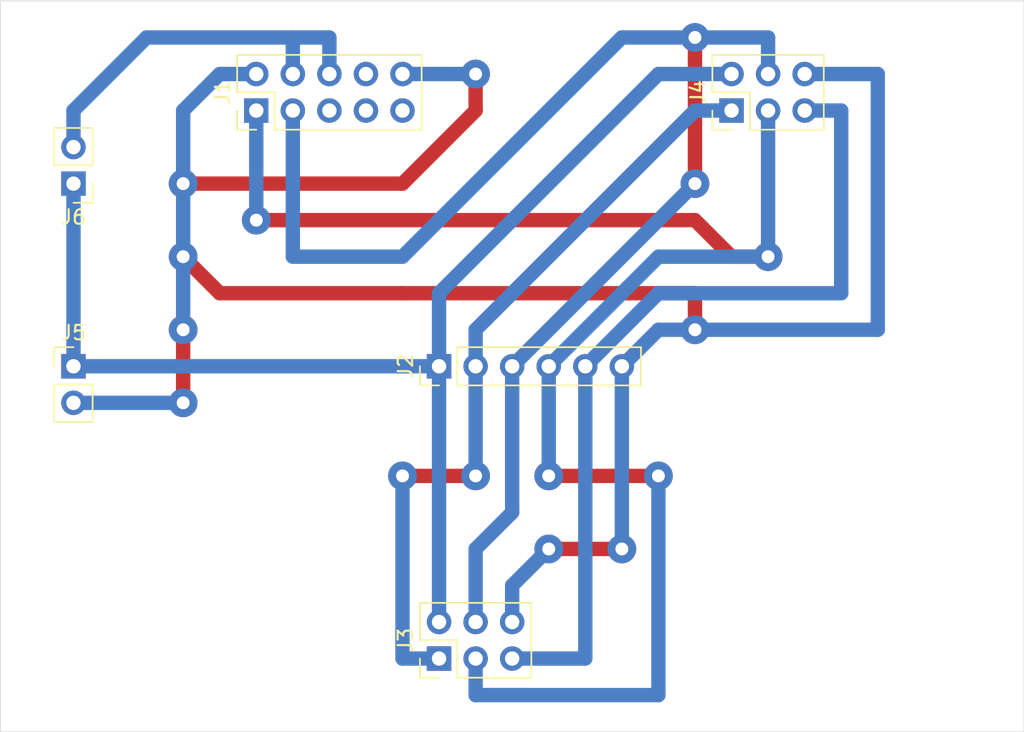
<source format=kicad_pcb>
(kicad_pcb (version 20171130) (host pcbnew "(5.1.10)-1")

  (general
    (thickness 1.6)
    (drawings 28)
    (tracks 86)
    (zones 0)
    (modules 6)
    (nets 8)
  )

  (page A4)
  (title_block
    (title "Aardwark -> Pato Adapter")
    (date 2021-05-26)
    (rev 20210526)
    (comment 1 "Dimitry Kloper")
    (comment 2 dimitry.kloper@gmail.com)
  )

  (layers
    (0 F.Cu signal)
    (31 B.Cu signal)
    (32 B.Adhes user)
    (33 F.Adhes user)
    (34 B.Paste user)
    (35 F.Paste user)
    (36 B.SilkS user)
    (37 F.SilkS user)
    (38 B.Mask user)
    (39 F.Mask user)
    (40 Dwgs.User user)
    (41 Cmts.User user)
    (42 Eco1.User user)
    (43 Eco2.User user)
    (44 Edge.Cuts user)
    (45 Margin user)
    (46 B.CrtYd user)
    (47 F.CrtYd user)
    (48 B.Fab user)
    (49 F.Fab user)
  )

  (setup
    (last_trace_width 1)
    (trace_clearance 0.2)
    (zone_clearance 0.508)
    (zone_45_only no)
    (trace_min 0.2)
    (via_size 2)
    (via_drill 0.9)
    (via_min_size 0.4)
    (via_min_drill 0.3)
    (uvia_size 0.3)
    (uvia_drill 0.1)
    (uvias_allowed no)
    (uvia_min_size 0.2)
    (uvia_min_drill 0.1)
    (edge_width 0.05)
    (segment_width 0.2)
    (pcb_text_width 0.3)
    (pcb_text_size 1.5 1.5)
    (mod_edge_width 0.12)
    (mod_text_size 1 1)
    (mod_text_width 0.15)
    (pad_size 1.524 1.524)
    (pad_drill 0.762)
    (pad_to_mask_clearance 0)
    (aux_axis_origin 0 0)
    (visible_elements 7FFFFFFF)
    (pcbplotparams
      (layerselection 0x20000_7ffffffe)
      (usegerberextensions false)
      (usegerberattributes true)
      (usegerberadvancedattributes true)
      (creategerberjobfile true)
      (excludeedgelayer false)
      (linewidth 0.100000)
      (plotframeref false)
      (viasonmask true)
      (mode 1)
      (useauxorigin false)
      (hpglpennumber 1)
      (hpglpenspeed 20)
      (hpglpendiameter 15.000000)
      (psnegative false)
      (psa4output false)
      (plotreference true)
      (plotvalue true)
      (plotinvisibletext false)
      (padsonsilk false)
      (subtractmaskfromsilk false)
      (outputformat 5)
      (mirror false)
      (drillshape 2)
      (scaleselection 1)
      (outputdirectory "svg"))
  )

  (net 0 "")
  (net 1 GND)
  (net 2 +5VD)
  (net 3 /MOSI)
  (net 4 /SCK)
  (net 5 /RESET)
  (net 6 /MISO)
  (net 7 +5V)

  (net_class Default "This is the default net class."
    (clearance 0.2)
    (trace_width 1)
    (via_dia 2)
    (via_drill 0.9)
    (uvia_dia 0.3)
    (uvia_drill 0.1)
    (add_net +5V)
    (add_net +5VD)
    (add_net /MISO)
    (add_net /MOSI)
    (add_net /RESET)
    (add_net /SCK)
    (add_net GND)
  )

  (module Pin_Headers:Pin_Header_Straight_2x05_Pitch2.54mm (layer F.Cu) (tedit 59650532) (tstamp 60AE8728)
    (at 119.38 83.82 90)
    (descr "Through hole straight pin header, 2x05, 2.54mm pitch, double rows")
    (tags "Through hole pin header THT 2x05 2.54mm double row")
    (path /60AE6ED2)
    (fp_text reference J1 (at 1.27 -2.33 90) (layer F.SilkS)
      (effects (font (size 1 1) (thickness 0.15)))
    )
    (fp_text value AARDWARK (at -2.47396 9.17956 180) (layer F.Fab)
      (effects (font (size 1 1) (thickness 0.15)))
    )
    (fp_line (start 4.35 -1.8) (end -1.8 -1.8) (layer F.CrtYd) (width 0.05))
    (fp_line (start 4.35 11.95) (end 4.35 -1.8) (layer F.CrtYd) (width 0.05))
    (fp_line (start -1.8 11.95) (end 4.35 11.95) (layer F.CrtYd) (width 0.05))
    (fp_line (start -1.8 -1.8) (end -1.8 11.95) (layer F.CrtYd) (width 0.05))
    (fp_line (start -1.33 -1.33) (end 0 -1.33) (layer F.SilkS) (width 0.12))
    (fp_line (start -1.33 0) (end -1.33 -1.33) (layer F.SilkS) (width 0.12))
    (fp_line (start 1.27 -1.33) (end 3.87 -1.33) (layer F.SilkS) (width 0.12))
    (fp_line (start 1.27 1.27) (end 1.27 -1.33) (layer F.SilkS) (width 0.12))
    (fp_line (start -1.33 1.27) (end 1.27 1.27) (layer F.SilkS) (width 0.12))
    (fp_line (start 3.87 -1.33) (end 3.87 11.49) (layer F.SilkS) (width 0.12))
    (fp_line (start -1.33 1.27) (end -1.33 11.49) (layer F.SilkS) (width 0.12))
    (fp_line (start -1.33 11.49) (end 3.87 11.49) (layer F.SilkS) (width 0.12))
    (fp_line (start -1.27 0) (end 0 -1.27) (layer F.Fab) (width 0.1))
    (fp_line (start -1.27 11.43) (end -1.27 0) (layer F.Fab) (width 0.1))
    (fp_line (start 3.81 11.43) (end -1.27 11.43) (layer F.Fab) (width 0.1))
    (fp_line (start 3.81 -1.27) (end 3.81 11.43) (layer F.Fab) (width 0.1))
    (fp_line (start 0 -1.27) (end 3.81 -1.27) (layer F.Fab) (width 0.1))
    (fp_text user %R (at 5.11556 11.31824) (layer F.Fab)
      (effects (font (size 1 1) (thickness 0.15)))
    )
    (pad 10 thru_hole oval (at 2.54 10.16 90) (size 1.7 1.7) (drill 1) (layers *.Cu *.Mask)
      (net 1 GND))
    (pad 9 thru_hole oval (at 0 10.16 90) (size 1.7 1.7) (drill 1) (layers *.Cu *.Mask))
    (pad 8 thru_hole oval (at 2.54 7.62 90) (size 1.7 1.7) (drill 1) (layers *.Cu *.Mask))
    (pad 7 thru_hole oval (at 0 7.62 90) (size 1.7 1.7) (drill 1) (layers *.Cu *.Mask))
    (pad 6 thru_hole oval (at 2.54 5.08 90) (size 1.7 1.7) (drill 1) (layers *.Cu *.Mask)
      (net 2 +5VD))
    (pad 5 thru_hole oval (at 0 5.08 90) (size 1.7 1.7) (drill 1) (layers *.Cu *.Mask))
    (pad 4 thru_hole oval (at 2.54 2.54 90) (size 1.7 1.7) (drill 1) (layers *.Cu *.Mask)
      (net 2 +5VD))
    (pad 3 thru_hole oval (at 0 2.54 90) (size 1.7 1.7) (drill 1) (layers *.Cu *.Mask)
      (net 3 /MOSI))
    (pad 2 thru_hole oval (at 2.54 0 90) (size 1.7 1.7) (drill 1) (layers *.Cu *.Mask)
      (net 1 GND))
    (pad 1 thru_hole rect (at 0 0 90) (size 1.7 1.7) (drill 1) (layers *.Cu *.Mask)
      (net 4 /SCK))
    (model ${KISYS3DMOD}/Pin_Headers.3dshapes/Pin_Header_Straight_2x05_Pitch2.54mm.wrl
      (at (xyz 0 0 0))
      (scale (xyz 1 1 1))
      (rotate (xyz 0 0 0))
    )
  )

  (module Pin_Headers:Pin_Header_Straight_1x06_Pitch2.54mm (layer F.Cu) (tedit 59650532) (tstamp 60AE73BE)
    (at 132.08 101.6 90)
    (descr "Through hole straight pin header, 1x06, 2.54mm pitch, single row")
    (tags "Through hole pin header THT 1x06 2.54mm single row")
    (path /60AE78CD)
    (fp_text reference J2 (at 0 -2.33 90) (layer F.SilkS)
      (effects (font (size 1 1) (thickness 0.15)))
    )
    (fp_text value TEST (at -2.56032 12.42568 180) (layer F.Fab)
      (effects (font (size 1 1) (thickness 0.15)))
    )
    (fp_line (start 1.8 -1.8) (end -1.8 -1.8) (layer F.CrtYd) (width 0.05))
    (fp_line (start 1.8 14.5) (end 1.8 -1.8) (layer F.CrtYd) (width 0.05))
    (fp_line (start -1.8 14.5) (end 1.8 14.5) (layer F.CrtYd) (width 0.05))
    (fp_line (start -1.8 -1.8) (end -1.8 14.5) (layer F.CrtYd) (width 0.05))
    (fp_line (start -1.33 -1.33) (end 0 -1.33) (layer F.SilkS) (width 0.12))
    (fp_line (start -1.33 0) (end -1.33 -1.33) (layer F.SilkS) (width 0.12))
    (fp_line (start -1.33 1.27) (end 1.33 1.27) (layer F.SilkS) (width 0.12))
    (fp_line (start 1.33 1.27) (end 1.33 14.03) (layer F.SilkS) (width 0.12))
    (fp_line (start -1.33 1.27) (end -1.33 14.03) (layer F.SilkS) (width 0.12))
    (fp_line (start -1.33 14.03) (end 1.33 14.03) (layer F.SilkS) (width 0.12))
    (fp_line (start -1.27 -0.635) (end -0.635 -1.27) (layer F.Fab) (width 0.1))
    (fp_line (start -1.27 13.97) (end -1.27 -0.635) (layer F.Fab) (width 0.1))
    (fp_line (start 1.27 13.97) (end -1.27 13.97) (layer F.Fab) (width 0.1))
    (fp_line (start 1.27 -1.27) (end 1.27 13.97) (layer F.Fab) (width 0.1))
    (fp_line (start -0.635 -1.27) (end 1.27 -1.27) (layer F.Fab) (width 0.1))
    (fp_text user %R (at -2.23012 -1.83134) (layer F.Fab)
      (effects (font (size 1 1) (thickness 0.15)))
    )
    (pad 6 thru_hole oval (at 0 12.7 90) (size 1.7 1.7) (drill 1) (layers *.Cu *.Mask)
      (net 1 GND))
    (pad 5 thru_hole oval (at 0 10.16 90) (size 1.7 1.7) (drill 1) (layers *.Cu *.Mask)
      (net 5 /RESET))
    (pad 4 thru_hole oval (at 0 7.62 90) (size 1.7 1.7) (drill 1) (layers *.Cu *.Mask)
      (net 4 /SCK))
    (pad 3 thru_hole oval (at 0 5.08 90) (size 1.7 1.7) (drill 1) (layers *.Cu *.Mask)
      (net 3 /MOSI))
    (pad 2 thru_hole oval (at 0 2.54 90) (size 1.7 1.7) (drill 1) (layers *.Cu *.Mask)
      (net 6 /MISO))
    (pad 1 thru_hole rect (at 0 0 90) (size 1.7 1.7) (drill 1) (layers *.Cu *.Mask)
      (net 7 +5V))
    (model ${KISYS3DMOD}/Pin_Headers.3dshapes/Pin_Header_Straight_1x06_Pitch2.54mm.wrl
      (at (xyz 0 0 0))
      (scale (xyz 1 1 1))
      (rotate (xyz 0 0 0))
    )
  )

  (module Pin_Headers:Pin_Header_Straight_2x03_Pitch2.54mm (layer F.Cu) (tedit 59650532) (tstamp 60AE8AF4)
    (at 132.08 121.92 90)
    (descr "Through hole straight pin header, 2x03, 2.54mm pitch, double rows")
    (tags "Through hole pin header THT 2x03 2.54mm double row")
    (path /60AE82D8)
    (fp_text reference J3 (at 1.27 -2.33 90) (layer F.SilkS)
      (effects (font (size 1 1) (thickness 0.15)))
    )
    (fp_text value PATO (at 3.32486 8.95604 180) (layer F.Fab)
      (effects (font (size 1 1) (thickness 0.15)))
    )
    (fp_line (start 4.35 -1.8) (end -1.8 -1.8) (layer F.CrtYd) (width 0.05))
    (fp_line (start 4.35 6.85) (end 4.35 -1.8) (layer F.CrtYd) (width 0.05))
    (fp_line (start -1.8 6.85) (end 4.35 6.85) (layer F.CrtYd) (width 0.05))
    (fp_line (start -1.8 -1.8) (end -1.8 6.85) (layer F.CrtYd) (width 0.05))
    (fp_line (start -1.33 -1.33) (end 0 -1.33) (layer F.SilkS) (width 0.12))
    (fp_line (start -1.33 0) (end -1.33 -1.33) (layer F.SilkS) (width 0.12))
    (fp_line (start 1.27 -1.33) (end 3.87 -1.33) (layer F.SilkS) (width 0.12))
    (fp_line (start 1.27 1.27) (end 1.27 -1.33) (layer F.SilkS) (width 0.12))
    (fp_line (start -1.33 1.27) (end 1.27 1.27) (layer F.SilkS) (width 0.12))
    (fp_line (start 3.87 -1.33) (end 3.87 6.41) (layer F.SilkS) (width 0.12))
    (fp_line (start -1.33 1.27) (end -1.33 6.41) (layer F.SilkS) (width 0.12))
    (fp_line (start -1.33 6.41) (end 3.87 6.41) (layer F.SilkS) (width 0.12))
    (fp_line (start -1.27 0) (end 0 -1.27) (layer F.Fab) (width 0.1))
    (fp_line (start -1.27 6.35) (end -1.27 0) (layer F.Fab) (width 0.1))
    (fp_line (start 3.81 6.35) (end -1.27 6.35) (layer F.Fab) (width 0.1))
    (fp_line (start 3.81 -1.27) (end 3.81 6.35) (layer F.Fab) (width 0.1))
    (fp_line (start 0 -1.27) (end 3.81 -1.27) (layer F.Fab) (width 0.1))
    (fp_text user %R (at 5.23748 8.10514) (layer F.Fab)
      (effects (font (size 1 1) (thickness 0.15)))
    )
    (pad 6 thru_hole oval (at 2.54 5.08 90) (size 1.7 1.7) (drill 1) (layers *.Cu *.Mask)
      (net 1 GND))
    (pad 5 thru_hole oval (at 0 5.08 90) (size 1.7 1.7) (drill 1) (layers *.Cu *.Mask)
      (net 5 /RESET))
    (pad 4 thru_hole oval (at 2.54 2.54 90) (size 1.7 1.7) (drill 1) (layers *.Cu *.Mask)
      (net 3 /MOSI))
    (pad 3 thru_hole oval (at 0 2.54 90) (size 1.7 1.7) (drill 1) (layers *.Cu *.Mask)
      (net 4 /SCK))
    (pad 2 thru_hole oval (at 2.54 0 90) (size 1.7 1.7) (drill 1) (layers *.Cu *.Mask)
      (net 7 +5V))
    (pad 1 thru_hole rect (at 0 0 90) (size 1.7 1.7) (drill 1) (layers *.Cu *.Mask)
      (net 6 /MISO))
    (model ${KISYS3DMOD}/Pin_Headers.3dshapes/Pin_Header_Straight_2x03_Pitch2.54mm.wrl
      (at (xyz 0 0 0))
      (scale (xyz 1 1 1))
      (rotate (xyz 0 0 0))
    )
  )

  (module Pin_Headers:Pin_Header_Straight_2x03_Pitch2.54mm (layer F.Cu) (tedit 59650532) (tstamp 60AE886A)
    (at 152.4 83.82 90)
    (descr "Through hole straight pin header, 2x03, 2.54mm pitch, double rows")
    (tags "Through hole pin header THT 2x03 2.54mm double row")
    (path /60AE8966)
    (fp_text reference J4 (at 1.27 -2.33 90) (layer F.SilkS)
      (effects (font (size 1 1) (thickness 0.15)))
    )
    (fp_text value ICE (at 2.58318 8.29564 180) (layer F.Fab)
      (effects (font (size 1 1) (thickness 0.15)))
    )
    (fp_line (start 0 -1.27) (end 3.81 -1.27) (layer F.Fab) (width 0.1))
    (fp_line (start 3.81 -1.27) (end 3.81 6.35) (layer F.Fab) (width 0.1))
    (fp_line (start 3.81 6.35) (end -1.27 6.35) (layer F.Fab) (width 0.1))
    (fp_line (start -1.27 6.35) (end -1.27 0) (layer F.Fab) (width 0.1))
    (fp_line (start -1.27 0) (end 0 -1.27) (layer F.Fab) (width 0.1))
    (fp_line (start -1.33 6.41) (end 3.87 6.41) (layer F.SilkS) (width 0.12))
    (fp_line (start -1.33 1.27) (end -1.33 6.41) (layer F.SilkS) (width 0.12))
    (fp_line (start 3.87 -1.33) (end 3.87 6.41) (layer F.SilkS) (width 0.12))
    (fp_line (start -1.33 1.27) (end 1.27 1.27) (layer F.SilkS) (width 0.12))
    (fp_line (start 1.27 1.27) (end 1.27 -1.33) (layer F.SilkS) (width 0.12))
    (fp_line (start 1.27 -1.33) (end 3.87 -1.33) (layer F.SilkS) (width 0.12))
    (fp_line (start -1.33 0) (end -1.33 -1.33) (layer F.SilkS) (width 0.12))
    (fp_line (start -1.33 -1.33) (end 0 -1.33) (layer F.SilkS) (width 0.12))
    (fp_line (start -1.8 -1.8) (end -1.8 6.85) (layer F.CrtYd) (width 0.05))
    (fp_line (start -1.8 6.85) (end 4.35 6.85) (layer F.CrtYd) (width 0.05))
    (fp_line (start 4.35 6.85) (end 4.35 -1.8) (layer F.CrtYd) (width 0.05))
    (fp_line (start 4.35 -1.8) (end -1.8 -1.8) (layer F.CrtYd) (width 0.05))
    (fp_text user %R (at 4.46786 7.95528) (layer F.Fab)
      (effects (font (size 1 1) (thickness 0.15)))
    )
    (pad 1 thru_hole rect (at 0 0 90) (size 1.7 1.7) (drill 1) (layers *.Cu *.Mask)
      (net 6 /MISO))
    (pad 2 thru_hole oval (at 2.54 0 90) (size 1.7 1.7) (drill 1) (layers *.Cu *.Mask)
      (net 7 +5V))
    (pad 3 thru_hole oval (at 0 2.54 90) (size 1.7 1.7) (drill 1) (layers *.Cu *.Mask)
      (net 4 /SCK))
    (pad 4 thru_hole oval (at 2.54 2.54 90) (size 1.7 1.7) (drill 1) (layers *.Cu *.Mask)
      (net 3 /MOSI))
    (pad 5 thru_hole oval (at 0 5.08 90) (size 1.7 1.7) (drill 1) (layers *.Cu *.Mask)
      (net 5 /RESET))
    (pad 6 thru_hole oval (at 2.54 5.08 90) (size 1.7 1.7) (drill 1) (layers *.Cu *.Mask)
      (net 1 GND))
    (model ${KISYS3DMOD}/Pin_Headers.3dshapes/Pin_Header_Straight_2x03_Pitch2.54mm.wrl
      (at (xyz 0 0 0))
      (scale (xyz 1 1 1))
      (rotate (xyz 0 0 0))
    )
  )

  (module Pin_Headers:Pin_Header_Straight_1x02_Pitch2.54mm (layer F.Cu) (tedit 59650532) (tstamp 60AE898A)
    (at 106.68 101.6)
    (descr "Through hole straight pin header, 1x02, 2.54mm pitch, single row")
    (tags "Through hole pin header THT 1x02 2.54mm single row")
    (path /60AEB4A5)
    (fp_text reference J5 (at 0 -2.33) (layer F.SilkS)
      (effects (font (size 1 1) (thickness 0.15)))
    )
    (fp_text value POWER (at 3.21056 1.02108 90) (layer F.Fab)
      (effects (font (size 1 1) (thickness 0.15)))
    )
    (fp_line (start 1.8 -1.8) (end -1.8 -1.8) (layer F.CrtYd) (width 0.05))
    (fp_line (start 1.8 4.35) (end 1.8 -1.8) (layer F.CrtYd) (width 0.05))
    (fp_line (start -1.8 4.35) (end 1.8 4.35) (layer F.CrtYd) (width 0.05))
    (fp_line (start -1.8 -1.8) (end -1.8 4.35) (layer F.CrtYd) (width 0.05))
    (fp_line (start -1.33 -1.33) (end 0 -1.33) (layer F.SilkS) (width 0.12))
    (fp_line (start -1.33 0) (end -1.33 -1.33) (layer F.SilkS) (width 0.12))
    (fp_line (start -1.33 1.27) (end 1.33 1.27) (layer F.SilkS) (width 0.12))
    (fp_line (start 1.33 1.27) (end 1.33 3.87) (layer F.SilkS) (width 0.12))
    (fp_line (start -1.33 1.27) (end -1.33 3.87) (layer F.SilkS) (width 0.12))
    (fp_line (start -1.33 3.87) (end 1.33 3.87) (layer F.SilkS) (width 0.12))
    (fp_line (start -1.27 -0.635) (end -0.635 -1.27) (layer F.Fab) (width 0.1))
    (fp_line (start -1.27 3.81) (end -1.27 -0.635) (layer F.Fab) (width 0.1))
    (fp_line (start 1.27 3.81) (end -1.27 3.81) (layer F.Fab) (width 0.1))
    (fp_line (start 1.27 -1.27) (end 1.27 3.81) (layer F.Fab) (width 0.1))
    (fp_line (start -0.635 -1.27) (end 1.27 -1.27) (layer F.Fab) (width 0.1))
    (fp_text user %R (at 1.86182 -2.5146 180) (layer F.Fab)
      (effects (font (size 1 1) (thickness 0.15)))
    )
    (pad 2 thru_hole oval (at 0 2.54) (size 1.7 1.7) (drill 1) (layers *.Cu *.Mask)
      (net 1 GND))
    (pad 1 thru_hole rect (at 0 0) (size 1.7 1.7) (drill 1) (layers *.Cu *.Mask)
      (net 7 +5V))
    (model ${KISYS3DMOD}/Pin_Headers.3dshapes/Pin_Header_Straight_1x02_Pitch2.54mm.wrl
      (at (xyz 0 0 0))
      (scale (xyz 1 1 1))
      (rotate (xyz 0 0 0))
    )
  )

  (module Pin_Headers:Pin_Header_Straight_1x02_Pitch2.54mm (layer F.Cu) (tedit 59650532) (tstamp 60AE8A21)
    (at 106.68 88.9 180)
    (descr "Through hole straight pin header, 1x02, 2.54mm pitch, single row")
    (tags "Through hole pin header THT 1x02 2.54mm single row")
    (path /60AEE573)
    (fp_text reference J6 (at 0 -2.33) (layer F.SilkS)
      (effects (font (size 1 1) (thickness 0.15)))
    )
    (fp_text value PW_JMP (at -3.5433 1.651 90) (layer F.Fab)
      (effects (font (size 1 1) (thickness 0.15)))
    )
    (fp_line (start -0.635 -1.27) (end 1.27 -1.27) (layer F.Fab) (width 0.1))
    (fp_line (start 1.27 -1.27) (end 1.27 3.81) (layer F.Fab) (width 0.1))
    (fp_line (start 1.27 3.81) (end -1.27 3.81) (layer F.Fab) (width 0.1))
    (fp_line (start -1.27 3.81) (end -1.27 -0.635) (layer F.Fab) (width 0.1))
    (fp_line (start -1.27 -0.635) (end -0.635 -1.27) (layer F.Fab) (width 0.1))
    (fp_line (start -1.33 3.87) (end 1.33 3.87) (layer F.SilkS) (width 0.12))
    (fp_line (start -1.33 1.27) (end -1.33 3.87) (layer F.SilkS) (width 0.12))
    (fp_line (start 1.33 1.27) (end 1.33 3.87) (layer F.SilkS) (width 0.12))
    (fp_line (start -1.33 1.27) (end 1.33 1.27) (layer F.SilkS) (width 0.12))
    (fp_line (start -1.33 0) (end -1.33 -1.33) (layer F.SilkS) (width 0.12))
    (fp_line (start -1.33 -1.33) (end 0 -1.33) (layer F.SilkS) (width 0.12))
    (fp_line (start -1.8 -1.8) (end -1.8 4.35) (layer F.CrtYd) (width 0.05))
    (fp_line (start -1.8 4.35) (end 1.8 4.35) (layer F.CrtYd) (width 0.05))
    (fp_line (start 1.8 4.35) (end 1.8 -1.8) (layer F.CrtYd) (width 0.05))
    (fp_line (start 1.8 -1.8) (end -1.8 -1.8) (layer F.CrtYd) (width 0.05))
    (fp_text user %R (at -1.39192 5.16382 180) (layer F.Fab)
      (effects (font (size 1 1) (thickness 0.15)))
    )
    (pad 1 thru_hole rect (at 0 0 180) (size 1.7 1.7) (drill 1) (layers *.Cu *.Mask)
      (net 7 +5V))
    (pad 2 thru_hole oval (at 0 2.54 180) (size 1.7 1.7) (drill 1) (layers *.Cu *.Mask)
      (net 2 +5VD))
    (model ${KISYS3DMOD}/Pin_Headers.3dshapes/Pin_Header_Straight_1x02_Pitch2.54mm.wrl
      (at (xyz 0 0 0))
      (scale (xyz 1 1 1))
      (rotate (xyz 0 0 0))
    )
  )

  (gr_text SCK (at 134.7216 125.19914 90) (layer F.Fab) (tstamp 60B5129B)
    (effects (font (size 1 1) (thickness 0.2)))
  )
  (gr_text MISO (at 132.06222 124.76988 90) (layer F.Fab) (tstamp 60B51296)
    (effects (font (size 0.5 0.5) (thickness 0.1)))
  )
  (gr_text +5V (at 132.01396 115.89258 90) (layer F.Fab) (tstamp 60B51293)
    (effects (font (size 1 1) (thickness 0.2)))
  )
  (gr_text MOSI (at 134.7216 115.55984 90) (layer F.Fab) (tstamp 60B51290)
    (effects (font (size 1 1) (thickness 0.2)))
  )
  (gr_text RESET (at 137.2362 125.00864 90) (layer F.Fab) (tstamp 60B5128B)
    (effects (font (size 0.5 0.5) (thickness 0.1)))
  )
  (gr_text GND (at 137.19048 116.0018 90) (layer F.Fab) (tstamp 60B51288)
    (effects (font (size 1 1) (thickness 0.2)))
  )
  (gr_text RESET (at 157.84576 88.02624 90) (layer F.Fab) (tstamp 60B5124E)
    (effects (font (size 1 1) (thickness 0.2)))
  )
  (gr_text MISO (at 152.33904 87.64778 90) (layer F.Fab) (tstamp 60B51229)
    (effects (font (size 1 1) (thickness 0.2)))
  )
  (gr_text SCK (at 154.95016 87.55126 90) (layer F.Fab) (tstamp 60B51226)
    (effects (font (size 1 1) (thickness 0.2)))
  )
  (gr_text MOSI (at 155.06192 78.1431 90) (layer F.Fab) (tstamp 60B51223)
    (effects (font (size 1 1) (thickness 0.2)))
  )
  (gr_text +5V (at 152.29078 78.34122 90) (layer F.Fab) (tstamp 60B51220)
    (effects (font (size 1 1) (thickness 0.2)))
  )
  (gr_text GND (at 157.47492 77.94498 90) (layer F.Fab) (tstamp 60B5121D)
    (effects (font (size 1 1) (thickness 0.2)))
  )
  (gr_text MOSI (at 121.91238 87.08644 90) (layer F.Fab) (tstamp 60B511F9)
    (effects (font (size 1 1) (thickness 0.2)))
  )
  (gr_text SCK (at 119.39778 86.89594 90) (layer F.Fab) (tstamp 60B511F6)
    (effects (font (size 1 1) (thickness 0.2)))
  )
  (gr_text GND (at 132.31622 80.3656 90) (layer F.Fab) (tstamp 60B511F3)
    (effects (font (size 1 1) (thickness 0.2)))
  )
  (gr_text GND (at 117.2464 80.33512 90) (layer F.Fab) (tstamp 60B511F1)
    (effects (font (size 1 1) (thickness 0.2)))
  )
  (gr_text +5VD (at 122.73534 79.02956) (layer F.Fab) (tstamp 60B511EA)
    (effects (font (size 1 1) (thickness 0.2)))
  )
  (gr_text +5V (at 105.22204 99.03968 90) (layer F.Fab) (tstamp 60B511E8)
    (effects (font (size 1 1) (thickness 0.2)))
  )
  (gr_text GND (at 144.83842 97.96272 90) (layer F.Fab) (tstamp 60B511E4)
    (effects (font (size 1 1) (thickness 0.2)))
  )
  (gr_text RESET (at 142.25778 97.88398 90) (layer F.Fab) (tstamp 60B511BA)
    (effects (font (size 1 1) (thickness 0.2)))
  )
  (gr_text SCK (at 139.71524 98.74504 90) (layer F.Fab) (tstamp 60B511B7)
    (effects (font (size 1 1) (thickness 0.2)))
  )
  (gr_text MOSI (at 137.13206 98.35388 90) (layer F.Fab) (tstamp 60B511B4)
    (effects (font (size 1 1) (thickness 0.2)))
  )
  (gr_text MISO (at 134.55142 98.39198 90) (layer F.Fab) (tstamp 60B511B1)
    (effects (font (size 1 1) (thickness 0.2)))
  )
  (gr_text +5V (at 132.04698 98.62566 90) (layer F.Fab)
    (effects (font (size 1 1) (thickness 0.2)))
  )
  (gr_line (start 101.6 127) (end 101.6 76.2) (layer Edge.Cuts) (width 0.05) (tstamp 60AE75EB))
  (gr_line (start 172.72 127) (end 101.6 127) (layer Edge.Cuts) (width 0.05))
  (gr_line (start 172.72 76.2) (end 172.72 127) (layer Edge.Cuts) (width 0.05))
  (gr_line (start 101.6 76.2) (end 172.72 76.2) (layer Edge.Cuts) (width 0.05))

  (segment (start 106.68 104.14) (end 114.3 104.14) (width 1) (layer B.Cu) (net 1))
  (via (at 114.3 104.14) (size 2) (drill 0.9) (layers F.Cu B.Cu) (net 1))
  (segment (start 114.3 104.14) (end 114.3 99.06) (width 1) (layer F.Cu) (net 1))
  (via (at 114.3 99.06) (size 2) (drill 0.9) (layers F.Cu B.Cu) (net 1))
  (segment (start 114.3 83.82) (end 116.84 81.28) (width 1) (layer B.Cu) (net 1))
  (segment (start 116.84 81.28) (end 119.38 81.28) (width 1) (layer B.Cu) (net 1))
  (segment (start 137.16 119.38) (end 137.16 116.84) (width 1) (layer B.Cu) (net 1))
  (via (at 139.7 114.3) (size 2) (drill 0.9) (layers F.Cu B.Cu) (net 1))
  (segment (start 137.16 116.84) (end 139.7 114.3) (width 1) (layer B.Cu) (net 1))
  (segment (start 139.7 114.3) (end 144.78 114.3) (width 1) (layer F.Cu) (net 1))
  (via (at 144.78 114.3) (size 2) (drill 0.9) (layers F.Cu B.Cu) (net 1))
  (segment (start 144.78 114.3) (end 144.78 101.6) (width 1) (layer B.Cu) (net 1))
  (segment (start 144.78 101.6) (end 147.32 99.06) (width 1) (layer B.Cu) (net 1))
  (segment (start 162.56 99.06) (end 162.56 81.28) (width 1) (layer B.Cu) (net 1))
  (segment (start 162.56 81.28) (end 157.48 81.28) (width 1) (layer B.Cu) (net 1))
  (via (at 114.3 88.9) (size 2) (drill 0.9) (layers F.Cu B.Cu) (net 1))
  (segment (start 114.3 99.06) (end 114.3 88.9) (width 1) (layer B.Cu) (net 1))
  (segment (start 114.3 88.9) (end 114.3 83.82) (width 1) (layer B.Cu) (net 1))
  (segment (start 114.3 88.9) (end 129.54 88.9) (width 1) (layer F.Cu) (net 1))
  (segment (start 129.54 88.9) (end 134.62 83.82) (width 1) (layer F.Cu) (net 1))
  (via (at 134.62 81.28) (size 2) (drill 0.9) (layers F.Cu B.Cu) (net 1))
  (segment (start 134.62 83.82) (end 134.62 81.28) (width 1) (layer F.Cu) (net 1))
  (segment (start 134.62 81.28) (end 129.54 81.28) (width 1) (layer B.Cu) (net 1))
  (via (at 149.86 99.06) (size 2) (drill 0.9) (layers F.Cu B.Cu) (net 1))
  (segment (start 147.32 99.06) (end 149.86 99.06) (width 1) (layer B.Cu) (net 1))
  (segment (start 149.86 99.06) (end 162.56 99.06) (width 1) (layer B.Cu) (net 1))
  (segment (start 149.86 99.06) (end 149.86 96.52) (width 1) (layer F.Cu) (net 1))
  (segment (start 149.86 96.52) (end 129.54 96.52) (width 1) (layer F.Cu) (net 1))
  (segment (start 129.54 96.52) (end 116.84 96.52) (width 1) (layer F.Cu) (net 1))
  (segment (start 116.84 96.52) (end 114.3 93.98) (width 1) (layer F.Cu) (net 1))
  (via (at 114.3 93.98) (size 2) (drill 0.9) (layers F.Cu B.Cu) (net 1))
  (segment (start 106.68 86.36) (end 106.68 83.82) (width 1) (layer B.Cu) (net 2))
  (segment (start 106.68 83.82) (end 111.76 78.74) (width 1) (layer B.Cu) (net 2))
  (segment (start 111.76 78.74) (end 124.46 78.74) (width 1) (layer B.Cu) (net 2))
  (segment (start 124.46 78.74) (end 124.46 81.28) (width 1) (layer B.Cu) (net 2))
  (segment (start 121.92 81.28) (end 121.92 78.74) (width 1) (layer B.Cu) (net 2))
  (segment (start 134.62 119.38) (end 134.62 114.3) (width 1) (layer B.Cu) (net 3))
  (segment (start 137.16 111.76) (end 137.16 101.6) (width 1) (layer B.Cu) (net 3))
  (segment (start 134.62 114.3) (end 137.16 111.76) (width 1) (layer B.Cu) (net 3))
  (segment (start 137.16 101.6) (end 149.86 88.9) (width 1) (layer B.Cu) (net 3))
  (via (at 149.86 88.9) (size 2) (drill 0.9) (layers F.Cu B.Cu) (net 3))
  (segment (start 149.86 88.9) (end 149.86 78.74) (width 1) (layer F.Cu) (net 3))
  (via (at 149.86 78.74) (size 2) (drill 0.9) (layers F.Cu B.Cu) (net 3))
  (segment (start 149.86 78.74) (end 154.94 78.74) (width 1) (layer B.Cu) (net 3))
  (segment (start 154.94 78.74) (end 154.94 81.28) (width 1) (layer B.Cu) (net 3))
  (segment (start 149.86 78.74) (end 144.78 78.74) (width 1) (layer B.Cu) (net 3))
  (segment (start 144.78 78.74) (end 129.54 93.98) (width 1) (layer B.Cu) (net 3))
  (segment (start 129.54 93.98) (end 121.92 93.98) (width 1) (layer B.Cu) (net 3))
  (segment (start 121.92 93.98) (end 121.92 83.82) (width 1) (layer B.Cu) (net 3))
  (segment (start 134.62 121.92) (end 134.62 124.46) (width 1) (layer B.Cu) (net 4))
  (segment (start 134.62 124.46) (end 147.32 124.46) (width 1) (layer B.Cu) (net 4))
  (segment (start 147.32 124.46) (end 147.32 109.22) (width 1) (layer B.Cu) (net 4))
  (via (at 147.32 109.22) (size 2) (drill 0.9) (layers F.Cu B.Cu) (net 4))
  (segment (start 147.32 109.22) (end 139.7 109.22) (width 1) (layer F.Cu) (net 4))
  (via (at 139.7 109.22) (size 2) (drill 0.9) (layers F.Cu B.Cu) (net 4))
  (segment (start 139.7 109.22) (end 139.7 101.6) (width 1) (layer B.Cu) (net 4))
  (segment (start 139.7 101.6) (end 147.32 93.98) (width 1) (layer B.Cu) (net 4))
  (segment (start 147.32 93.98) (end 154.94 93.98) (width 1) (layer B.Cu) (net 4))
  (segment (start 154.94 93.98) (end 154.94 83.82) (width 1) (layer B.Cu) (net 4))
  (via (at 154.94 93.98) (size 2) (drill 0.9) (layers F.Cu B.Cu) (net 4))
  (segment (start 154.94 93.98) (end 152.4 93.98) (width 1) (layer F.Cu) (net 4))
  (segment (start 152.4 93.98) (end 149.86 91.44) (width 1) (layer F.Cu) (net 4))
  (via (at 119.38 91.44) (size 2) (drill 0.9) (layers F.Cu B.Cu) (net 4))
  (segment (start 149.86 91.44) (end 119.38 91.44) (width 1) (layer F.Cu) (net 4))
  (segment (start 119.38 91.44) (end 119.38 83.82) (width 1) (layer B.Cu) (net 4))
  (segment (start 142.24 121.92) (end 142.24 101.6) (width 1) (layer B.Cu) (net 5))
  (segment (start 137.16 121.92) (end 142.24 121.92) (width 1) (layer B.Cu) (net 5))
  (segment (start 142.24 101.6) (end 147.32 96.52) (width 1) (layer B.Cu) (net 5))
  (segment (start 147.32 96.52) (end 160.02 96.52) (width 1) (layer B.Cu) (net 5))
  (segment (start 160.02 96.52) (end 160.02 83.82) (width 1) (layer B.Cu) (net 5))
  (segment (start 160.02 83.82) (end 157.48 83.82) (width 1) (layer B.Cu) (net 5))
  (segment (start 132.08 121.92) (end 129.54 121.92) (width 1) (layer B.Cu) (net 6))
  (segment (start 129.54 121.92) (end 129.54 109.22) (width 1) (layer B.Cu) (net 6))
  (via (at 129.54 109.22) (size 2) (drill 0.9) (layers F.Cu B.Cu) (net 6))
  (segment (start 129.54 109.22) (end 134.62 109.22) (width 1) (layer F.Cu) (net 6))
  (via (at 134.62 109.22) (size 2) (drill 0.9) (layers F.Cu B.Cu) (net 6))
  (segment (start 134.62 109.22) (end 134.62 101.6) (width 1) (layer B.Cu) (net 6))
  (segment (start 149.86 83.82) (end 152.4 83.82) (width 1) (layer B.Cu) (net 6))
  (segment (start 134.62 99.06) (end 149.86 83.82) (width 1) (layer B.Cu) (net 6))
  (segment (start 134.62 101.6) (end 134.62 99.06) (width 1) (layer B.Cu) (net 6))
  (segment (start 106.68 88.9) (end 106.68 101.6) (width 1) (layer B.Cu) (net 7))
  (segment (start 132.08 101.6) (end 106.68 101.6) (width 1) (layer B.Cu) (net 7))
  (segment (start 132.08 119.38) (end 132.08 101.6) (width 1) (layer B.Cu) (net 7))
  (segment (start 132.08 101.6) (end 132.08 96.52) (width 1) (layer B.Cu) (net 7))
  (segment (start 147.32 81.28) (end 152.4 81.28) (width 1) (layer B.Cu) (net 7))
  (segment (start 132.08 96.52) (end 147.32 81.28) (width 1) (layer B.Cu) (net 7))

)

</source>
